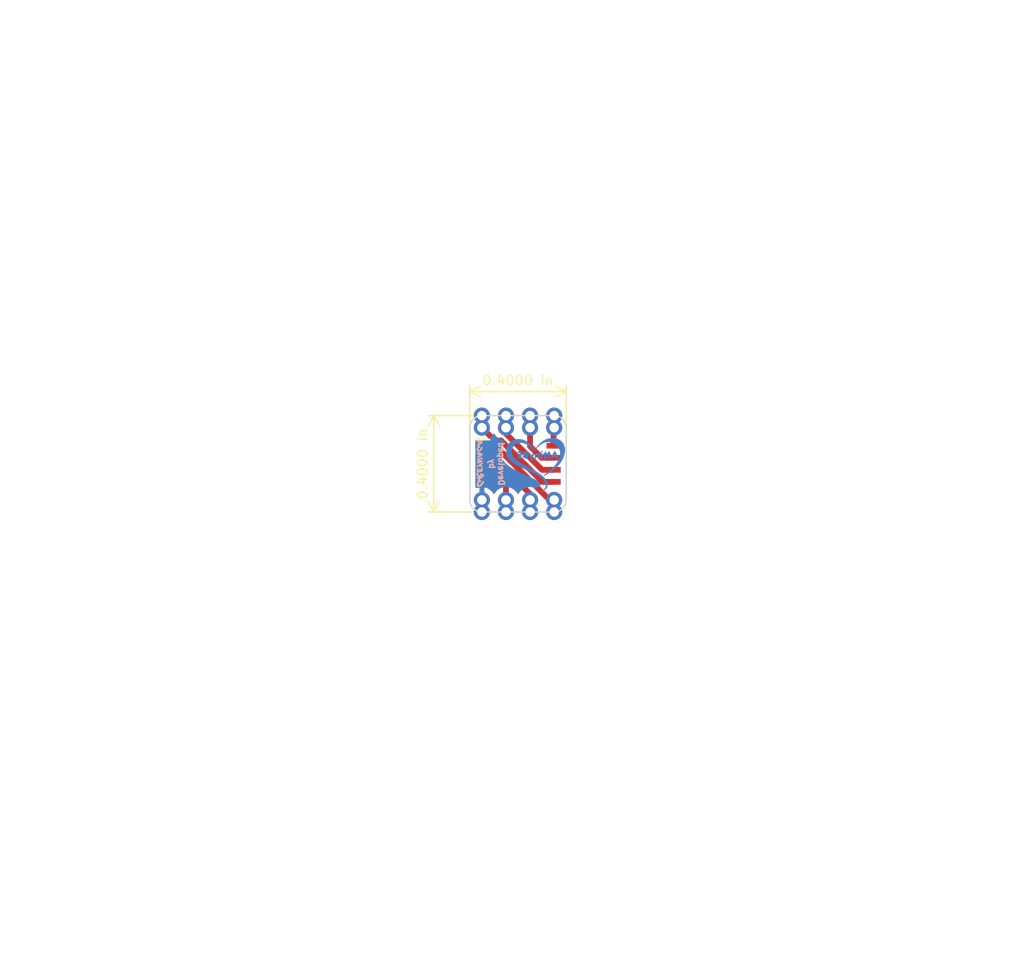
<source format=kicad_pcb>
(kicad_pcb (version 20171130) (host pcbnew 5.1.4-e60b266~84~ubuntu18.04.1)

  (general
    (thickness 1.6)
    (drawings 11)
    (tracks 23)
    (zones 0)
    (modules 5)
    (nets 9)
  )

  (page A4)
  (layers
    (0 F.Cu signal)
    (31 B.Cu signal)
    (34 B.Paste user)
    (35 F.Paste user)
    (36 B.SilkS user hide)
    (37 F.SilkS user hide)
    (38 B.Mask user)
    (39 F.Mask user)
    (44 Edge.Cuts user)
    (45 Margin user)
    (46 B.CrtYd user)
    (47 F.CrtYd user)
    (48 B.Fab user)
    (49 F.Fab user)
  )

  (setup
    (last_trace_width 0.6096)
    (user_trace_width 0.1524)
    (user_trace_width 0.2032)
    (user_trace_width 0.4)
    (user_trace_width 0.5)
    (user_trace_width 0.6096)
    (user_trace_width 0.8)
    (user_trace_width 1)
    (user_trace_width 2)
    (trace_clearance 0.2)
    (zone_clearance 0.508)
    (zone_45_only no)
    (trace_min 0.1524)
    (via_size 0.6858)
    (via_drill 0.3302)
    (via_min_size 0.508)
    (via_min_drill 0.254)
    (uvia_size 0.762)
    (uvia_drill 0.508)
    (uvias_allowed no)
    (uvia_min_size 0.762)
    (uvia_min_drill 0)
    (edge_width 0.1524)
    (segment_width 0.1524)
    (pcb_text_width 0.1524)
    (pcb_text_size 1.016 1)
    (mod_edge_width 0.1524)
    (mod_text_size 1.016 1.016)
    (mod_text_width 0.1524)
    (pad_size 1.524 1.524)
    (pad_drill 0.762)
    (pad_to_mask_clearance 0.0508)
    (solder_mask_min_width 0.101)
    (pad_to_paste_clearance -0.0762)
    (aux_axis_origin 0 0)
    (visible_elements FFFFFF7F)
    (pcbplotparams
      (layerselection 0x010fc_ffffffff)
      (usegerberextensions false)
      (usegerberattributes false)
      (usegerberadvancedattributes false)
      (creategerberjobfile false)
      (excludeedgelayer true)
      (linewidth 0.100000)
      (plotframeref false)
      (viasonmask false)
      (mode 1)
      (useauxorigin false)
      (hpglpennumber 1)
      (hpglpenspeed 20)
      (hpglpendiameter 15.000000)
      (psnegative false)
      (psa4output false)
      (plotreference true)
      (plotvalue true)
      (plotinvisibletext false)
      (padsonsilk false)
      (subtractmaskfromsilk false)
      (outputformat 1)
      (mirror false)
      (drillshape 0)
      (scaleselection 1)
      (outputdirectory "/home/greynaga/Github/Varios/Reverse-Leds/Attiny85_01/Gerbers/"))
  )

  (net 0 "")
  (net 1 GND)
  (net 2 "Net-(IC1-Pad1)")
  (net 3 "Net-(IC1-Pad2)")
  (net 4 "Net-(IC1-Pad3)")
  (net 5 "Net-(IC1-Pad5)")
  (net 6 "Net-(IC1-Pad6)")
  (net 7 "Net-(IC1-Pad7)")
  (net 8 VCC)

  (net_class Default "This is the default net class."
    (clearance 0.2)
    (trace_width 0.25)
    (via_dia 0.6858)
    (via_drill 0.3302)
    (uvia_dia 0.762)
    (uvia_drill 0.508)
    (add_net GND)
    (add_net "Net-(IC1-Pad1)")
    (add_net "Net-(IC1-Pad2)")
    (add_net "Net-(IC1-Pad3)")
    (add_net "Net-(IC1-Pad5)")
    (add_net "Net-(IC1-Pad6)")
    (add_net "Net-(IC1-Pad7)")
    (add_net VCC)
  )

  (net_class Power ""
    (clearance 0.1524)
    (trace_width 0.6096)
    (via_dia 0.6858)
    (via_drill 0.3302)
    (uvia_dia 0.762)
    (uvia_drill 0.508)
  )

  (module Attiny85_01:Heart_Firma (layer F.Cu) (tedit 0) (tstamp 5DAA26FD)
    (at 145.8214 99.74072 270)
    (fp_text reference Ref** (at 0 0 90) (layer F.SilkS) hide
      (effects (font (size 1.27 1.27) (thickness 0.15)))
    )
    (fp_text value Val** (at 0 0 90) (layer F.SilkS) hide
      (effects (font (size 1.27 1.27) (thickness 0.15)))
    )
    (fp_poly (pts (xy -0.576373 -0.319751) (xy -0.557126 -0.270984) (xy -0.537528 -0.203215) (xy -0.521218 -0.127764)
      (xy -0.518218 -0.109902) (xy -0.494989 -0.033176) (xy -0.45663 0.032339) (xy -0.451481 0.038264)
      (xy -0.399096 0.09525) (xy -0.411559 -0.077568) (xy -0.417064 -0.163207) (xy -0.41697 -0.217456)
      (xy -0.409071 -0.25112) (xy -0.391161 -0.275008) (xy -0.367135 -0.295133) (xy -0.325158 -0.320798)
      (xy -0.296981 -0.324942) (xy -0.294952 -0.323399) (xy -0.28037 -0.298646) (xy -0.252218 -0.24374)
      (xy -0.214641 -0.166976) (xy -0.174673 -0.082813) (xy -0.130077 0.013314) (xy -0.10147 0.079958)
      (xy -0.086699 0.125882) (xy -0.083611 0.159852) (xy -0.090054 0.190634) (xy -0.100608 0.218812)
      (xy -0.131684 0.276677) (xy -0.165293 0.295028) (xy -0.201358 0.280134) (xy -0.223056 0.250241)
      (xy -0.243692 0.202813) (xy -0.269239 0.14934) (xy -0.296946 0.137903) (xy -0.32909 0.168203)
      (xy -0.342538 0.189886) (xy -0.38537 0.239114) (xy -0.436102 0.267023) (xy -0.480059 0.270635)
      (xy -0.518272 0.25059) (xy -0.552811 0.215794) (xy -0.582768 0.178092) (xy -0.606781 0.135216)
      (xy -0.628028 0.078405) (xy -0.649683 -0.001102) (xy -0.67492 -0.112068) (xy -0.679762 -0.134536)
      (xy -0.693617 -0.204055) (xy -0.696127 -0.245271) (xy -0.68531 -0.271165) (xy -0.659186 -0.294719)
      (xy -0.654794 -0.298107) (xy -0.615032 -0.326191) (xy -0.591658 -0.338195) (xy -0.591627 -0.338196)
      (xy -0.576373 -0.319751)) (layer B.SilkS) (width 0.01))
    (fp_poly (pts (xy 0.47625 -0.319516) (xy 0.548447 -0.309489) (xy 0.630613 -0.292795) (xy 0.710099 -0.272668)
      (xy 0.774254 -0.252342) (xy 0.810428 -0.235051) (xy 0.811935 -0.233698) (xy 0.823436 -0.200012)
      (xy 0.809764 -0.145389) (xy 0.797462 -0.100166) (xy 0.801716 -0.057616) (xy 0.825141 -0.000783)
      (xy 0.835183 0.019389) (xy 0.869184 0.114587) (xy 0.871039 0.19728) (xy 0.841497 0.261054)
      (xy 0.803509 0.290515) (xy 0.768033 0.305678) (xy 0.730507 0.312628) (xy 0.679569 0.31161)
      (xy 0.603859 0.302868) (xy 0.554388 0.295854) (xy 0.482068 0.279559) (xy 0.422103 0.256127)
      (xy 0.400758 0.242142) (xy 0.37311 0.211684) (xy 0.377186 0.186968) (xy 0.393425 0.167298)
      (xy 0.418145 0.147628) (xy 0.453891 0.138307) (xy 0.511867 0.137813) (xy 0.57707 0.142352)
      (xy 0.654545 0.147958) (xy 0.697927 0.147528) (xy 0.715203 0.139628) (xy 0.714364 0.122829)
      (xy 0.71264 0.118053) (xy 0.700679 0.082739) (xy 0.6985 0.072352) (xy 0.679592 0.067015)
      (xy 0.631881 0.063863) (xy 0.605595 0.0635) (xy 0.514509 0.050223) (xy 0.462904 0.023186)
      (xy 0.429742 -0.007063) (xy 0.427726 -0.029668) (xy 0.451786 -0.059857) (xy 0.495093 -0.090245)
      (xy 0.553687 -0.092261) (xy 0.560036 -0.091293) (xy 0.611965 -0.089643) (xy 0.642693 -0.101325)
      (xy 0.643531 -0.102513) (xy 0.642313 -0.116745) (xy 0.617202 -0.131775) (xy 0.562892 -0.149608)
      (xy 0.474078 -0.172246) (xy 0.433917 -0.181663) (xy 0.359637 -0.209138) (xy 0.323275 -0.24359)
      (xy 0.322731 -0.278182) (xy 0.355906 -0.306078) (xy 0.4207 -0.320442) (xy 0.47625 -0.319516)) (layer B.SilkS) (width 0.01))
    (fp_poly (pts (xy -1.008216 -0.313906) (xy -0.98425 -0.288135) (xy -0.939257 -0.2471) (xy -0.897704 -0.224381)
      (xy -0.86789 -0.198731) (xy -0.830017 -0.143129) (xy -0.788572 -0.067503) (xy -0.748038 0.018215)
      (xy -0.712899 0.104095) (xy -0.68764 0.180207) (xy -0.676745 0.236618) (xy -0.679691 0.258404)
      (xy -0.714558 0.294997) (xy -0.755204 0.292579) (xy -0.796818 0.253128) (xy -0.826871 0.197884)
      (xy -0.852703 0.141479) (xy -0.870183 0.118835) (xy -0.886019 0.12415) (xy -0.896814 0.137375)
      (xy -0.926338 0.162132) (xy -0.97186 0.165415) (xy -1.002028 0.160782) (xy -1.053357 0.158088)
      (xy -1.080516 0.169016) (xy -1.077012 0.18761) (xy -1.048746 0.20363) (xy -1.029238 0.220245)
      (xy -1.040928 0.252109) (xy -1.042999 0.255473) (xy -1.082388 0.298596) (xy -1.127267 0.302531)
      (xy -1.154862 0.290646) (xy -1.206599 0.249884) (xy -1.226201 0.194262) (xy -1.227343 0.171)
      (xy -1.241748 0.114134) (xy -1.262338 0.081439) (xy -1.28477 0.04642) (xy -1.274367 0.016052)
      (xy -1.27033 0.01098) (xy -1.234488 -0.016127) (xy -1.214895 -0.021167) (xy -1.198484 -0.025349)
      (xy -1.196532 -0.028013) (xy -1.038057 -0.028013) (xy -1.024018 0.008685) (xy -0.98425 0.021167)
      (xy -0.944431 0.017279) (xy -0.931333 0.009838) (xy -0.94176 -0.014121) (xy -0.966345 -0.054925)
      (xy -0.9945 -0.088942) (xy -1.014068 -0.087073) (xy -1.018938 -0.080638) (xy -1.038057 -0.028013)
      (xy -1.196532 -0.028013) (xy -1.185387 -0.043221) (xy -1.172599 -0.082777) (xy -1.157114 -0.152008)
      (xy -1.147289 -0.200913) (xy -1.120677 -0.273695) (xy -1.078588 -0.311948) (xy -1.03829 -0.326559)
      (xy -1.008216 -0.313906)) (layer B.SilkS) (width 0.01))
    (fp_poly (pts (xy -1.691407 -0.308462) (xy -1.637723 -0.27562) (xy -1.542712 -0.208005) (xy -1.453779 -0.131583)
      (xy -1.380191 -0.055325) (xy -1.331218 0.011798) (xy -1.322385 0.029582) (xy -1.308583 0.113499)
      (xy -1.330679 0.200165) (xy -1.369901 0.259417) (xy -1.396154 0.281975) (xy -1.430699 0.292782)
      (xy -1.485771 0.293925) (xy -1.547583 0.289723) (xy -1.643778 0.276054) (xy -1.753113 0.252186)
      (xy -1.837292 0.227901) (xy -1.907128 0.206062) (xy -1.956664 0.19364) (xy -1.977019 0.192779)
      (xy -1.976771 0.194241) (xy -1.977659 0.223717) (xy -1.99012 0.254847) (xy -2.025697 0.290419)
      (xy -2.067619 0.289487) (xy -2.106608 0.254892) (xy -2.126928 0.212944) (xy -2.149333 0.164611)
      (xy -2.174416 0.134166) (xy -2.194326 0.128328) (xy -2.201333 0.14928) (xy -2.215777 0.16454)
      (xy -2.262697 0.16588) (xy -2.296583 0.162032) (xy -2.355274 0.159482) (xy -2.389457 0.168172)
      (xy -2.393166 0.184252) (xy -2.36108 0.20363) (xy -2.341571 0.220245) (xy -2.353262 0.252109)
      (xy -2.355333 0.255473) (xy -2.394084 0.298016) (xy -2.437534 0.301171) (xy -2.485733 0.272448)
      (xy -2.531275 0.214399) (xy -2.54 0.170389) (xy -2.550711 0.117129) (xy -2.57175 0.084667)
      (xy -2.599715 0.051663) (xy -2.591387 0.023089) (xy -2.54444 -0.008276) (xy -2.541318 -0.009902)
      (xy -2.532396 -0.016189) (xy -2.346491 -0.016189) (xy -2.334778 0.012353) (xy -2.291778 0.021088)
      (xy -2.284559 0.021167) (xy -2.219618 0.021167) (xy -2.267228 -0.045696) (xy -2.29869 -0.086643)
      (xy -2.316258 -0.0957) (xy -2.328896 -0.076603) (xy -2.330681 -0.072154) (xy -2.346491 -0.016189)
      (xy -2.532396 -0.016189) (xy -2.500298 -0.038807) (xy -2.477231 -0.08097) (xy -2.464529 -0.142737)
      (xy -2.452156 -0.210191) (xy -2.43787 -0.263646) (xy -2.432132 -0.277815) (xy -2.392525 -0.31645)
      (xy -2.340666 -0.321167) (xy -2.292494 -0.291608) (xy -2.246575 -0.252373) (xy -2.211071 -0.232618)
      (xy -2.179934 -0.205439) (xy -2.14018 -0.149495) (xy -2.099199 -0.075211) (xy -2.098685 -0.074158)
      (xy -2.062453 -0.002368) (xy -2.037761 0.036919) (xy -2.018845 0.049835) (xy -1.999942 0.04251)
      (xy -1.993698 0.037526) (xy -1.952877 0.008043) (xy -1.894771 -0.028532) (xy -1.876214 -0.039357)
      (xy -1.80708 -0.06804) (xy -1.761805 -0.062568) (xy -1.741731 -0.023684) (xy -1.745137 0.033263)
      (xy -1.749565 0.081543) (xy -1.733756 0.104512) (xy -1.709713 0.112812) (xy -1.634988 0.127972)
      (xy -1.559491 0.138196) (xy -1.494424 0.142626) (xy -1.45099 0.140403) (xy -1.439333 0.133537)
      (xy -1.455712 0.095674) (xy -1.499173 0.042997) (xy -1.561203 -0.016394) (xy -1.633287 -0.074399)
      (xy -1.706913 -0.122917) (xy -1.711774 -0.125676) (xy -1.792517 -0.177354) (xy -1.833762 -0.221279)
      (xy -1.836902 -0.260652) (xy -1.80333 -0.298675) (xy -1.790833 -0.307389) (xy -1.759499 -0.324556)
      (xy -1.73071 -0.325817) (xy -1.691407 -0.308462)) (layer B.SilkS) (width 0.01))
    (fp_poly (pts (xy 1.227625 -0.450002) (xy 1.289561 -0.401329) (xy 1.329142 -0.352153) (xy 1.375244 -0.297547)
      (xy 1.416084 -0.265949) (xy 1.432876 -0.261588) (xy 1.455298 -0.253674) (xy 1.474538 -0.220979)
      (xy 1.494194 -0.156278) (xy 1.502551 -0.12167) (xy 1.520412 -0.047304) (xy 1.5336 -0.00771)
      (xy 1.546838 0.003614) (xy 1.564848 -0.006825) (xy 1.577466 -0.018503) (xy 1.620576 -0.052476)
      (xy 1.682686 -0.093692) (xy 1.715664 -0.113384) (xy 1.774189 -0.144715) (xy 1.810852 -0.155547)
      (xy 1.839453 -0.148192) (xy 1.857022 -0.137038) (xy 1.886598 -0.108567) (xy 1.890649 -0.072176)
      (xy 1.882316 -0.037044) (xy 1.868894 0.013513) (xy 1.862713 0.044202) (xy 1.862667 0.045312)
      (xy 1.88171 0.055595) (xy 1.930957 0.068733) (xy 1.998581 0.082523) (xy 2.072755 0.094758)
      (xy 2.141653 0.103233) (xy 2.187192 0.105833) (xy 2.228633 0.098463) (xy 2.243667 0.082973)
      (xy 2.227734 0.051072) (xy 2.185267 0.001825) (xy 2.124259 -0.057623) (xy 2.052704 -0.120126)
      (xy 1.978595 -0.178537) (xy 1.909927 -0.225711) (xy 1.877857 -0.244031) (xy 1.809986 -0.28163)
      (xy 1.773637 -0.310799) (xy 1.761084 -0.338971) (xy 1.76144 -0.356065) (xy 1.783107 -0.402144)
      (xy 1.822849 -0.438658) (xy 1.854283 -0.454995) (xy 1.882745 -0.457782) (xy 1.919859 -0.444284)
      (xy 1.977248 -0.411765) (xy 2.002766 -0.396301) (xy 2.164411 -0.285345) (xy 2.286531 -0.173688)
      (xy 2.360867 -0.074656) (xy 2.392865 -0.013406) (xy 2.403725 0.034958) (xy 2.39725 0.091758)
      (xy 2.393593 0.108775) (xy 2.360006 0.194592) (xy 2.314601 0.25137) (xy 2.277614 0.278935)
      (xy 2.239668 0.292186) (xy 2.18614 0.293997) (xy 2.122486 0.289162) (xy 2.010802 0.272722)
      (xy 1.887643 0.245003) (xy 1.767568 0.210083) (xy 1.665135 0.172042) (xy 1.612686 0.146301)
      (xy 1.571984 0.12579) (xy 1.554804 0.123456) (xy 1.555983 0.127377) (xy 1.560701 0.165775)
      (xy 1.54715 0.217452) (xy 1.522381 0.265791) (xy 1.49345 0.294177) (xy 1.484258 0.296333)
      (xy 1.431722 0.277843) (xy 1.400463 0.231745) (xy 1.397 0.207433) (xy 1.389237 0.174169)
      (xy 1.363831 0.177159) (xy 1.335167 0.199411) (xy 1.291849 0.226805) (xy 1.222043 0.259537)
      (xy 1.14008 0.291732) (xy 1.060294 0.317514) (xy 1.026171 0.326063) (xy 0.957067 0.326507)
      (xy 0.923619 0.311632) (xy 0.89351 0.268381) (xy 0.896252 0.218842) (xy 0.928642 0.178917)
      (xy 0.9525 0.168191) (xy 1.008088 0.15267) (xy 1.07736 0.13367) (xy 1.09049 0.130106)
      (xy 1.155696 0.107851) (xy 1.209053 0.082047) (xy 1.216955 0.076794) (xy 1.239507 0.057216)
      (xy 1.235015 0.043964) (xy 1.197676 0.03037) (xy 1.169886 0.022707) (xy 1.079918 -0.013185)
      (xy 1.008256 -0.064026) (xy 0.96353 -0.122319) (xy 0.952848 -0.165923) (xy 0.959065 -0.193981)
      (xy 1.134329 -0.193981) (xy 1.142254 -0.17421) (xy 1.180898 -0.152279) (xy 1.200115 -0.14343)
      (xy 1.264772 -0.116078) (xy 1.297413 -0.108756) (xy 1.303309 -0.121444) (xy 1.293872 -0.143112)
      (xy 1.263222 -0.185256) (xy 1.227715 -0.222206) (xy 1.19379 -0.250144) (xy 1.173535 -0.249517)
      (xy 1.150578 -0.221969) (xy 1.134329 -0.193981) (xy 0.959065 -0.193981) (xy 0.967985 -0.234227)
      (xy 1.006439 -0.313113) (xy 1.05884 -0.386261) (xy 1.104116 -0.429392) (xy 1.167017 -0.458942)
      (xy 1.227625 -0.450002)) (layer B.SilkS) (width 0.01))
    (fp_poly (pts (xy 0.265472 -0.33261) (xy 0.273818 -0.308224) (xy 0.273158 -0.256187) (xy 0.269809 -0.214739)
      (xy 0.257996 -0.134773) (xy 0.239758 -0.062777) (xy 0.226665 -0.029916) (xy 0.209729 0.008603)
      (xy 0.208266 0.042607) (xy 0.224176 0.087415) (xy 0.246988 0.134049) (xy 0.279831 0.209422)
      (xy 0.286137 0.2604) (xy 0.265299 0.296053) (xy 0.234751 0.316473) (xy 0.198791 0.327082)
      (xy 0.171786 0.305461) (xy 0.162609 0.2914) (xy 0.13906 0.251793) (xy 0.101146 0.18687)
      (xy 0.055526 0.108056) (xy 0.035593 0.073429) (xy -0.015937 -0.01071) (xy -0.068673 -0.087723)
      (xy -0.113664 -0.144813) (xy -0.126293 -0.158073) (xy -0.166686 -0.204423) (xy -0.188972 -0.244866)
      (xy -0.1905 -0.253727) (xy -0.172103 -0.303975) (xy -0.127823 -0.335178) (xy -0.10556 -0.338667)
      (xy -0.067143 -0.322321) (xy -0.018225 -0.280611) (xy 0.030007 -0.22453) (xy 0.061976 -0.174032)
      (xy 0.090067 -0.140595) (xy 0.113954 -0.146272) (xy 0.126479 -0.18795) (xy 0.127 -0.202333)
      (xy 0.142902 -0.257538) (xy 0.181662 -0.307294) (xy 0.229856 -0.336271) (xy 0.246356 -0.338667)
      (xy 0.265472 -0.33261)) (layer B.SilkS) (width 0.01))
  )

  (module Attiny85:SOT127P798X216-8N (layer F.Cu) (tedit 5DA9B442) (tstamp 5DAA1B52)
    (at 149.86 99.695)
    (descr 8S2)
    (tags "Integrated Circuit")
    (path /5DA83E2C)
    (attr smd)
    (fp_text reference IC1 (at 0 -5.08) (layer F.Fab) hide
      (effects (font (size 1.27 1.27) (thickness 0.254)))
    )
    (fp_text value ATTINY85-20SU (at 0 5.08) (layer F.Fab) hide
      (effects (font (size 1.27 1.27) (thickness 0.254)))
    )
    (fp_line (start -4.5 -2.555) (end -3 -2.555) (layer F.SilkS) (width 0.2))
    (fp_line (start -2.645 -1.325) (end -1.375 -2.595) (layer F.Fab) (width 0.1))
    (fp_line (start -2.645 2.595) (end -2.645 -2.595) (layer F.Fab) (width 0.1))
    (fp_line (start 2.645 2.595) (end -2.645 2.595) (layer F.Fab) (width 0.1))
    (fp_line (start 2.645 -2.595) (end 2.645 2.595) (layer F.Fab) (width 0.1))
    (fp_line (start -2.645 -2.595) (end 2.645 -2.595) (layer F.Fab) (width 0.1))
    (fp_line (start -4.75 2.875) (end -4.75 -2.875) (layer F.CrtYd) (width 0.05))
    (fp_line (start 4.75 2.875) (end -4.75 2.875) (layer F.CrtYd) (width 0.05))
    (fp_line (start 4.75 -2.875) (end 4.75 2.875) (layer F.CrtYd) (width 0.05))
    (fp_line (start -4.75 -2.875) (end 4.75 -2.875) (layer F.CrtYd) (width 0.05))
    (fp_text user %R (at 0 -5.08) (layer F.Fab) hide
      (effects (font (size 1.27 1.27) (thickness 0.254)))
    )
    (pad 8 smd rect (at 3.75 -1.905 90) (size 0.6 1.5) (layers F.Cu F.Paste F.Mask)
      (net 8 VCC))
    (pad 7 smd rect (at 3.75 -0.635 90) (size 0.6 1.5) (layers F.Cu F.Paste F.Mask)
      (net 7 "Net-(IC1-Pad7)"))
    (pad 6 smd rect (at 3.75 0.635 90) (size 0.6 1.5) (layers F.Cu F.Paste F.Mask)
      (net 6 "Net-(IC1-Pad6)"))
    (pad 5 smd rect (at 3.75 1.905 90) (size 0.6 1.5) (layers F.Cu F.Paste F.Mask)
      (net 5 "Net-(IC1-Pad5)"))
    (pad 4 smd rect (at -3.75 1.905 90) (size 0.6 1.5) (layers F.Cu F.Paste F.Mask)
      (net 1 GND))
    (pad 3 smd rect (at -3.75 0.635 90) (size 0.6 1.5) (layers F.Cu F.Paste F.Mask)
      (net 4 "Net-(IC1-Pad3)"))
    (pad 2 smd rect (at -3.75 -0.635 90) (size 0.6 1.5) (layers F.Cu F.Paste F.Mask)
      (net 3 "Net-(IC1-Pad2)"))
    (pad 1 smd rect (at -3.75 -1.905 90) (size 0.6 1.5) (layers F.Cu F.Paste F.Mask)
      (net 2 "Net-(IC1-Pad1)"))
    (model ${KISYS3DMOD}/Arduino.3dshapes/ATTINY85-20SU.stp
      (at (xyz 0 0 0))
      (scale (xyz 1 1 1))
      (rotate (xyz 0 0 0))
    )
  )

  (module Attiny85_01:Heart (layer F.Cu) (tedit 0) (tstamp 5DAA1B0E)
    (at 151.77516 99.75088)
    (fp_text reference Ref** (at 0 0) (layer F.SilkS) hide
      (effects (font (size 1.27 1.27) (thickness 0.15)))
    )
    (fp_text value Val** (at 0 0) (layer F.SilkS) hide
      (effects (font (size 1.27 1.27) (thickness 0.15)))
    )
    (fp_poly (pts (xy 0.636692 -1.415221) (xy 0.667416 -1.369465) (xy 0.669064 -1.363565) (xy 0.669361 -1.310453)
      (xy 0.655938 -1.280309) (xy 0.61787 -1.258292) (xy 0.563808 -1.248817) (xy 0.515563 -1.254328)
      (xy 0.500944 -1.262945) (xy 0.490554 -1.292594) (xy 0.486833 -1.336283) (xy 0.502628 -1.391462)
      (xy 0.541441 -1.424295) (xy 0.590415 -1.432856) (xy 0.636692 -1.415221)) (layer B.Mask) (width 0.01))
    (fp_poly (pts (xy 1.356886 -1.350945) (xy 1.402311 -1.343425) (xy 1.4243 -1.323918) (xy 1.433194 -1.279649)
      (xy 1.435259 -1.254125) (xy 1.443469 -1.19546) (xy 1.460234 -1.168963) (xy 1.481457 -1.164167)
      (xy 1.519335 -1.146435) (xy 1.534583 -1.121833) (xy 1.539922 -1.062652) (xy 1.521157 -1.015861)
      (xy 1.484073 -0.99498) (xy 1.48024 -0.994833) (xy 1.457256 -0.989751) (xy 1.444882 -0.968079)
      (xy 1.439988 -0.920184) (xy 1.439333 -0.869014) (xy 1.428692 -0.761859) (xy 1.394443 -0.687502)
      (xy 1.333103 -0.641499) (xy 1.243907 -0.619702) (xy 1.183414 -0.614792) (xy 1.151983 -0.621294)
      (xy 1.136825 -0.64424) (xy 1.131198 -0.66407) (xy 1.1257 -0.732769) (xy 1.150661 -0.772533)
      (xy 1.195252 -0.783167) (xy 1.22735 -0.786627) (xy 1.243167 -0.804318) (xy 1.248401 -0.847206)
      (xy 1.248833 -0.886287) (xy 1.248833 -0.989407) (xy 1.164167 -0.987187) (xy 1.0795 -0.984967)
      (xy 1.0795 -0.883016) (xy 1.065574 -0.767935) (xy 1.023807 -0.684732) (xy 0.95421 -0.633422)
      (xy 0.856795 -0.614019) (xy 0.844624 -0.613833) (xy 0.795766 -0.623065) (xy 0.770245 -0.644044)
      (xy 0.762328 -0.707143) (xy 0.78456 -0.758381) (xy 0.8255 -0.783151) (xy 0.858183 -0.796181)
      (xy 0.87541 -0.823707) (xy 0.883569 -0.878054) (xy 0.88498 -0.897896) (xy 0.887061 -0.958672)
      (xy 0.881061 -0.986224) (xy 0.864059 -0.989351) (xy 0.85554 -0.986523) (xy 0.796215 -0.981514)
      (xy 0.749938 -1.009306) (xy 0.733622 -1.04129) (xy 0.733976 -1.105063) (xy 0.767831 -1.14888)
      (xy 0.825028 -1.164167) (xy 0.863997 -1.16783) (xy 0.883142 -1.186649) (xy 0.891344 -1.232367)
      (xy 0.893074 -1.254125) (xy 0.899049 -1.310467) (xy 0.914029 -1.336391) (xy 0.949988 -1.343709)
      (xy 0.98425 -1.344083) (xy 1.037423 -1.342067) (xy 1.062829 -1.328143) (xy 1.072441 -1.290499)
      (xy 1.075425 -1.254125) (xy 1.081425 -1.19778) (xy 1.096375 -1.171856) (xy 1.132091 -1.16454)
      (xy 1.165384 -1.164167) (xy 1.219128 -1.166645) (xy 1.242879 -1.180818) (xy 1.248947 -1.216794)
      (xy 1.249157 -1.232958) (xy 1.257161 -1.304388) (xy 1.284221 -1.342003) (xy 1.336184 -1.35221)
      (xy 1.356886 -1.350945)) (layer B.Mask) (width 0.01))
    (fp_poly (pts (xy 0.627862 -1.157349) (xy 0.658914 -1.139279) (xy 0.668474 -1.102883) (xy 0.674524 -1.036915)
      (xy 0.677218 -0.952425) (xy 0.67671 -0.860461) (xy 0.673155 -0.772072) (xy 0.666707 -0.698307)
      (xy 0.65752 -0.650214) (xy 0.651933 -0.639233) (xy 0.612411 -0.619658) (xy 0.56046 -0.614784)
      (xy 0.514935 -0.624328) (xy 0.496022 -0.641586) (xy 0.492273 -0.672923) (xy 0.490195 -0.736869)
      (xy 0.489954 -0.823723) (xy 0.491394 -0.911461) (xy 0.497417 -1.153583) (xy 0.56928 -1.160445)
      (xy 0.627862 -1.157349)) (layer B.Mask) (width 0.01))
    (fp_poly (pts (xy 0.154627 -1.151655) (xy 0.168623 -1.143887) (xy 0.210683 -1.137339) (xy 0.225449 -1.145655)
      (xy 0.263172 -1.158619) (xy 0.31895 -1.160541) (xy 0.321409 -1.160319) (xy 0.391583 -1.153583)
      (xy 0.397589 -0.913196) (xy 0.39885 -0.79362) (xy 0.394446 -0.710107) (xy 0.382566 -0.656564)
      (xy 0.361396 -0.626897) (xy 0.329125 -0.615012) (xy 0.308558 -0.613833) (xy 0.261453 -0.622616)
      (xy 0.23176 -0.653311) (xy 0.216243 -0.712444) (xy 0.211669 -0.806538) (xy 0.211667 -0.809249)
      (xy 0.210286 -0.886986) (xy 0.204089 -0.932984) (xy 0.189992 -0.957801) (xy 0.164911 -0.971996)
      (xy 0.164042 -0.972335) (xy 0.107185 -0.982355) (xy 0.066113 -0.959839) (xy 0.038788 -0.902056)
      (xy 0.023173 -0.806274) (xy 0.021167 -0.780715) (xy 0.015121 -0.700762) (xy 0.007599 -0.653721)
      (xy -0.005692 -0.630266) (xy -0.029046 -0.621069) (xy -0.053678 -0.618122) (xy -0.103868 -0.618157)
      (xy -0.133053 -0.626941) (xy -0.139785 -0.653597) (xy -0.144974 -0.712064) (xy -0.147842 -0.791826)
      (xy -0.148167 -0.831145) (xy -0.147545 -0.921714) (xy -0.143591 -0.981318) (xy -0.133171 -1.021322)
      (xy -0.113151 -1.053093) (xy -0.080398 -1.087998) (xy -0.0762 -1.0922) (xy -0.000782 -1.145747)
      (xy 0.079748 -1.166323) (xy 0.154627 -1.151655)) (layer B.Mask) (width 0.01))
    (fp_poly (pts (xy 1.994659 -1.373162) (xy 2.020299 -1.345116) (xy 2.059542 -1.283857) (xy 2.109333 -1.195094)
      (xy 2.166618 -1.084532) (xy 2.228343 -0.957878) (xy 2.291454 -0.82084) (xy 2.29762 -0.807019)
      (xy 2.328433 -0.735928) (xy 2.342882 -0.693024) (xy 2.342233 -0.668007) (xy 2.32775 -0.650575)
      (xy 2.317765 -0.642977) (xy 2.255769 -0.614621) (xy 2.202027 -0.62732) (xy 2.154985 -0.681536)
      (xy 2.148417 -0.693266) (xy 2.124053 -0.735506) (xy 2.09948 -0.759754) (xy 2.062389 -0.771725)
      (xy 2.000469 -0.777133) (xy 1.964121 -0.778821) (xy 1.822159 -0.785059) (xy 1.779814 -0.702057)
      (xy 1.740184 -0.637155) (xy 1.701684 -0.608998) (xy 1.655232 -0.613248) (xy 1.623696 -0.627463)
      (xy 1.583258 -0.65387) (xy 1.566334 -0.675293) (xy 1.566333 -0.675363) (xy 1.575681 -0.706955)
      (xy 1.601144 -0.767446) (xy 1.638849 -0.849174) (xy 1.684922 -0.944476) (xy 1.699927 -0.974509)
      (xy 1.906967 -0.974509) (xy 1.91682 -0.942892) (xy 1.963801 -0.931394) (xy 1.969043 -0.931333)
      (xy 2.033087 -0.931333) (xy 1.998165 -0.998865) (xy 1.973812 -1.041788) (xy 1.957106 -1.051037)
      (xy 1.937515 -1.03117) (xy 1.934122 -1.026569) (xy 1.906967 -0.974509) (xy 1.699927 -0.974509)
      (xy 1.73549 -1.045689) (xy 1.786681 -1.14515) (xy 1.834621 -1.235196) (xy 1.875437 -1.308164)
      (xy 1.905256 -1.35639) (xy 1.918375 -1.371894) (xy 1.973307 -1.38104) (xy 1.994659 -1.373162)) (layer B.Mask) (width 0.01))
    (fp_poly (pts (xy -1.031299 -1.387263) (xy -0.96815 -1.352323) (xy -0.942653 -1.331307) (xy -0.894398 -1.282301)
      (xy -0.87265 -1.235727) (xy -0.867833 -1.176791) (xy -0.872469 -1.116407) (xy -0.884041 -1.07395)
      (xy -0.888625 -1.067176) (xy -0.893673 -1.032728) (xy -0.871039 -0.969106) (xy -0.865588 -0.957801)
      (xy -0.839083 -0.895333) (xy -0.833646 -0.847469) (xy -0.845411 -0.797554) (xy -0.89771 -0.703761)
      (xy -0.981083 -0.634655) (xy -1.02267 -0.615243) (xy -1.086018 -0.596891) (xy -1.142575 -0.597916)
      (xy -1.210164 -0.619827) (xy -1.242138 -0.633802) (xy -1.320782 -0.687571) (xy -1.373388 -0.760118)
      (xy -1.396632 -0.841644) (xy -1.393553 -0.867969) (xy -1.200551 -0.867969) (xy -1.199966 -0.817837)
      (xy -1.19995 -0.817794) (xy -1.170276 -0.791613) (xy -1.120276 -0.783742) (xy -1.06785 -0.794301)
      (xy -1.035694 -0.816691) (xy -1.020533 -0.859477) (xy -1.040133 -0.896815) (xy -1.087179 -0.918627)
      (xy -1.11125 -0.92075) (xy -1.167946 -0.905795) (xy -1.200551 -0.867969) (xy -1.393553 -0.867969)
      (xy -1.387192 -0.922348) (xy -1.357835 -0.97501) (xy -1.332086 -1.015647) (xy -1.335232 -1.052581)
      (xy -1.347122 -1.077897) (xy -1.371639 -1.163631) (xy -1.367387 -1.190633) (xy -1.179725 -1.190633)
      (xy -1.178742 -1.151392) (xy -1.159933 -1.126067) (xy -1.11502 -1.102035) (xy -1.074694 -1.119275)
      (xy -1.059523 -1.140778) (xy -1.053698 -1.1843) (xy -1.079497 -1.214332) (xy -1.126371 -1.221074)
      (xy -1.141984 -1.217406) (xy -1.179725 -1.190633) (xy -1.367387 -1.190633) (xy -1.358877 -1.244665)
      (xy -1.313846 -1.314461) (xy -1.241562 -1.366481) (xy -1.147035 -1.394187) (xy -1.102454 -1.397)
      (xy -1.031299 -1.387263)) (layer B.Mask) (width 0.01))
    (fp_poly (pts (xy -1.623803 -1.391259) (xy -1.562823 -1.380611) (xy -1.539495 -1.370542) (xy -1.518667 -1.336314)
      (xy -1.497761 -1.271742) (xy -1.479387 -1.188729) (xy -1.466157 -1.099177) (xy -1.460683 -1.014991)
      (xy -1.46066 -1.011196) (xy -1.476682 -0.955353) (xy -1.516513 -0.913935) (xy -1.567297 -0.895936)
      (xy -1.610456 -0.906372) (xy -1.668789 -0.92774) (xy -1.721989 -0.923381) (xy -1.759312 -0.897994)
      (xy -1.770017 -0.856277) (xy -1.765447 -0.838584) (xy -1.731597 -0.802216) (xy -1.676793 -0.790765)
      (xy -1.615774 -0.806385) (xy -1.601497 -0.814627) (xy -1.551187 -0.837207) (xy -1.507854 -0.82818)
      (xy -1.506743 -0.827593) (xy -1.459708 -0.787677) (xy -1.448215 -0.742428) (xy -1.466682 -0.696554)
      (xy -1.509526 -0.654762) (xy -1.571165 -0.621761) (xy -1.646016 -0.602258) (xy -1.728496 -0.600961)
      (xy -1.767417 -0.607764) (xy -1.828854 -0.639546) (xy -1.888878 -0.697551) (xy -1.934095 -0.767399)
      (xy -1.946292 -0.79976) (xy -1.951931 -0.88856) (xy -1.925601 -0.975071) (xy -1.874201 -1.049388)
      (xy -1.80463 -1.101607) (xy -1.723786 -1.121824) (xy -1.721953 -1.121833) (xy -1.682083 -1.133094)
      (xy -1.672167 -1.164167) (xy -1.676884 -1.187979) (xy -1.697537 -1.200751) (xy -1.743881 -1.205795)
      (xy -1.796902 -1.2065) (xy -1.873407 -1.209687) (xy -1.916576 -1.220646) (xy -1.934486 -1.239981)
      (xy -1.946641 -1.309275) (xy -1.925854 -1.360246) (xy -1.906392 -1.375089) (xy -1.858601 -1.388301)
      (xy -1.78602 -1.395281) (xy -1.702978 -1.396208) (xy -1.623803 -1.391259)) (layer B.Mask) (width 0.01))
    (fp_poly (pts (xy -0.281066 -1.172243) (xy -0.235025 -1.149276) (xy -0.199654 -1.117027) (xy -0.190865 -1.094887)
      (xy -0.201246 -1.066733) (xy -0.228983 -1.011284) (xy -0.269451 -0.937424) (xy -0.303463 -0.878531)
      (xy -0.415697 -0.688146) (xy -0.362062 -0.563841) (xy -0.308428 -0.439537) (xy -0.357642 -0.399685)
      (xy -0.416181 -0.364839) (xy -0.459652 -0.368532) (xy -0.483941 -0.396875) (xy -0.510918 -0.451304)
      (xy -0.547241 -0.529928) (xy -0.589575 -0.624914) (xy -0.634587 -0.72843) (xy -0.678945 -0.832643)
      (xy -0.719315 -0.929721) (xy -0.752364 -1.011831) (xy -0.774758 -1.071141) (xy -0.783164 -1.099818)
      (xy -0.783167 -1.099999) (xy -0.765051 -1.136459) (xy -0.722898 -1.163935) (xy -0.675003 -1.173902)
      (xy -0.645537 -1.164128) (xy -0.622784 -1.133314) (xy -0.59213 -1.077043) (xy -0.568531 -1.02628)
      (xy -0.540166 -0.964856) (xy -0.517376 -0.92286) (xy -0.506901 -0.910528) (xy -0.491333 -0.927261)
      (xy -0.461527 -0.971561) (xy -0.423814 -1.033995) (xy -0.422235 -1.03673) (xy -0.381377 -1.102146)
      (xy -0.344543 -1.151772) (xy -0.319809 -1.174793) (xy -0.281066 -1.172243)) (layer B.Mask) (width 0.01))
    (fp_poly (pts (xy 1.959052 -2.755604) (xy 2.187221 -2.705552) (xy 2.390368 -2.62513) (xy 2.567685 -2.516792)
      (xy 2.718363 -2.382992) (xy 2.841591 -2.226182) (xy 2.936562 -2.048816) (xy 3.002465 -1.853348)
      (xy 3.038491 -1.642231) (xy 3.043832 -1.417918) (xy 3.017678 -1.182862) (xy 2.959219 -0.939518)
      (xy 2.867647 -0.690339) (xy 2.742153 -0.437777) (xy 2.581926 -0.184287) (xy 2.567282 -0.16362)
      (xy 2.404893 0.040464) (xy 2.208862 0.248133) (xy 1.986733 0.453176) (xy 1.74605 0.649382)
      (xy 1.494355 0.830539) (xy 1.239193 0.990438) (xy 1.02846 1.103405) (xy 0.92761 1.150523)
      (xy 0.845383 1.184242) (xy 0.785649 1.20361) (xy 0.75228 1.207674) (xy 0.749148 1.195481)
      (xy 0.780123 1.16608) (xy 0.783167 1.163737) (xy 0.817396 1.137967) (xy 0.87882 1.092085)
      (xy 0.960611 1.031178) (xy 1.055944 0.960328) (xy 1.132852 0.903259) (xy 1.428438 0.669682)
      (xy 1.690092 0.433174) (xy 1.917318 0.195128) (xy 2.109622 -0.043062) (xy 2.266507 -0.280005)
      (xy 2.38748 -0.514307) (xy 2.472045 -0.744574) (xy 2.519706 -0.969415) (xy 2.529969 -1.187435)
      (xy 2.502339 -1.397243) (xy 2.436319 -1.597444) (xy 2.331416 -1.786647) (xy 2.187133 -1.963458)
      (xy 2.161205 -1.989672) (xy 1.988872 -2.138251) (xy 1.811868 -2.246713) (xy 1.625016 -2.317269)
      (xy 1.423137 -2.352131) (xy 1.30175 -2.356889) (xy 1.086172 -2.340556) (xy 0.880801 -2.291567)
      (xy 0.681915 -2.208066) (xy 0.485792 -2.088197) (xy 0.28871 -1.930106) (xy 0.122009 -1.768815)
      (xy 0.05277 -1.699309) (xy -0.004726 -1.646066) (xy -0.045079 -1.613752) (xy -0.062892 -1.607034)
      (xy -0.06329 -1.608667) (xy -0.050207 -1.648909) (xy -0.013681 -1.713652) (xy 0.041255 -1.796074)
      (xy 0.109564 -1.889354) (xy 0.186213 -1.986669) (xy 0.266168 -2.081198) (xy 0.344393 -2.166119)
      (xy 0.359271 -2.181234) (xy 0.583679 -2.380016) (xy 0.820036 -2.538372) (xy 1.068078 -2.656185)
      (xy 1.327541 -2.73334) (xy 1.598162 -2.769722) (xy 1.706671 -2.772833) (xy 1.959052 -2.755604)) (layer B.Mask) (width 0.01))
    (fp_poly (pts (xy -1.653214 -2.65163) (xy -1.412363 -2.600611) (xy -1.177184 -2.513081) (xy -0.951012 -2.390908)
      (xy -0.737185 -2.235956) (xy -0.53904 -2.050094) (xy -0.359914 -1.835187) (xy -0.203145 -1.593101)
      (xy -0.172262 -1.536896) (xy -0.125795 -1.442463) (xy -0.104354 -1.382033) (xy -0.107057 -1.356128)
      (xy -0.133023 -1.36527) (xy -0.18137 -1.409982) (xy -0.250841 -1.490325) (xy -0.434855 -1.693916)
      (xy -0.631358 -1.868496) (xy -0.836888 -2.012817) (xy -1.04798 -2.125629) (xy -1.26117 -2.205685)
      (xy -1.472994 -2.251735) (xy -1.679988 -2.262532) (xy -1.878687 -2.236827) (xy -2.065629 -2.173371)
      (xy -2.099884 -2.156764) (xy -2.240844 -2.062406) (xy -2.364652 -1.935858) (xy -2.466853 -1.78531)
      (xy -2.542996 -1.618955) (xy -2.588628 -1.444983) (xy -2.599296 -1.271588) (xy -2.597223 -1.241771)
      (xy -2.573824 -1.113527) (xy -2.525278 -0.989746) (xy -2.448014 -0.864256) (xy -2.338459 -0.730885)
      (xy -2.2459 -0.634724) (xy -2.15425 -0.547228) (xy -2.058945 -0.463519) (xy -1.95626 -0.381194)
      (xy -1.84247 -0.297849) (xy -1.713846 -0.211083) (xy -1.566664 -0.118492) (xy -1.397197 -0.017674)
      (xy -1.201717 0.093774) (xy -0.9765 0.218255) (xy -0.717819 0.358172) (xy -0.648397 0.395356)
      (xy -0.488216 0.481773) (xy -0.329742 0.568668) (xy -0.17959 0.652312) (xy -0.044378 0.728973)
      (xy 0.069278 0.794921) (xy 0.154761 0.846427) (xy 0.179917 0.862364) (xy 0.45488 1.053831)
      (xy 0.687768 1.244335) (xy 0.878517 1.433814) (xy 1.027066 1.622206) (xy 1.11787 1.776902)
      (xy 1.154793 1.854373) (xy 1.177777 1.915131) (xy 1.190104 1.974304) (xy 1.195054 2.047025)
      (xy 1.195917 2.136735) (xy 1.194729 2.235187) (xy 1.189414 2.304609) (xy 1.17734 2.358279)
      (xy 1.155876 2.409475) (xy 1.133551 2.451499) (xy 1.035551 2.586555) (xy 0.909474 2.694028)
      (xy 0.762395 2.769315) (xy 0.601387 2.807811) (xy 0.583408 2.809578) (xy 0.510606 2.813119)
      (xy 0.476157 2.808413) (xy 0.47625 2.799917) (xy 0.50606 2.782479) (xy 0.563142 2.757063)
      (xy 0.629624 2.731239) (xy 0.778456 2.659764) (xy 0.890633 2.567366) (xy 0.965897 2.454457)
      (xy 1.003993 2.321449) (xy 1.004663 2.168755) (xy 1.000237 2.13559) (xy 0.949592 1.945542)
      (xy 0.858266 1.762703) (xy 0.727676 1.589805) (xy 0.703784 1.563831) (xy 0.627004 1.487313)
      (xy 0.542502 1.413469) (xy 0.44691 1.340396) (xy 0.336858 1.266192) (xy 0.208978 1.188955)
      (xy 0.059901 1.106782) (xy -0.113742 1.017771) (xy -0.315321 0.920019) (xy -0.548203 0.811625)
      (xy -0.815758 0.690685) (xy -0.941917 0.634522) (xy -1.305987 0.469751) (xy -1.631205 0.315012)
      (xy -1.919404 0.168628) (xy -2.172411 0.028918) (xy -2.392059 -0.105795) (xy -2.580176 -0.237191)
      (xy -2.738592 -0.366948) (xy -2.869139 -0.496746) (xy -2.973646 -0.628263) (xy -3.053944 -0.763178)
      (xy -3.111861 -0.903171) (xy -3.14923 -1.04992) (xy -3.167879 -1.205103) (xy -3.169639 -1.370401)
      (xy -3.167979 -1.407583) (xy -3.136217 -1.652862) (xy -3.069451 -1.87691) (xy -2.969496 -2.077557)
      (xy -2.838173 -2.252633) (xy -2.677297 -2.399967) (xy -2.488688 -2.517388) (xy -2.274162 -2.602728)
      (xy -2.138577 -2.636669) (xy -1.896397 -2.664271) (xy -1.653214 -2.65163)) (layer B.Mask) (width 0.01))
    (fp_poly (pts (xy 0.636692 -1.415221) (xy 0.667416 -1.369465) (xy 0.669064 -1.363565) (xy 0.669361 -1.310453)
      (xy 0.655938 -1.280309) (xy 0.61787 -1.258292) (xy 0.563808 -1.248817) (xy 0.515563 -1.254328)
      (xy 0.500944 -1.262945) (xy 0.490554 -1.292594) (xy 0.486833 -1.336283) (xy 0.502628 -1.391462)
      (xy 0.541441 -1.424295) (xy 0.590415 -1.432856) (xy 0.636692 -1.415221)) (layer B.Cu) (width 0.01))
    (fp_poly (pts (xy 1.356886 -1.350945) (xy 1.402311 -1.343425) (xy 1.4243 -1.323918) (xy 1.433194 -1.279649)
      (xy 1.435259 -1.254125) (xy 1.443469 -1.19546) (xy 1.460234 -1.168963) (xy 1.481457 -1.164167)
      (xy 1.519335 -1.146435) (xy 1.534583 -1.121833) (xy 1.539922 -1.062652) (xy 1.521157 -1.015861)
      (xy 1.484073 -0.99498) (xy 1.48024 -0.994833) (xy 1.457256 -0.989751) (xy 1.444882 -0.968079)
      (xy 1.439988 -0.920184) (xy 1.439333 -0.869014) (xy 1.428692 -0.761859) (xy 1.394443 -0.687502)
      (xy 1.333103 -0.641499) (xy 1.243907 -0.619702) (xy 1.183414 -0.614792) (xy 1.151983 -0.621294)
      (xy 1.136825 -0.64424) (xy 1.131198 -0.66407) (xy 1.1257 -0.732769) (xy 1.150661 -0.772533)
      (xy 1.195252 -0.783167) (xy 1.22735 -0.786627) (xy 1.243167 -0.804318) (xy 1.248401 -0.847206)
      (xy 1.248833 -0.886287) (xy 1.248833 -0.989407) (xy 1.164167 -0.987187) (xy 1.0795 -0.984967)
      (xy 1.0795 -0.883016) (xy 1.065574 -0.767935) (xy 1.023807 -0.684732) (xy 0.95421 -0.633422)
      (xy 0.856795 -0.614019) (xy 0.844624 -0.613833) (xy 0.795766 -0.623065) (xy 0.770245 -0.644044)
      (xy 0.762328 -0.707143) (xy 0.78456 -0.758381) (xy 0.8255 -0.783151) (xy 0.858183 -0.796181)
      (xy 0.87541 -0.823707) (xy 0.883569 -0.878054) (xy 0.88498 -0.897896) (xy 0.887061 -0.958672)
      (xy 0.881061 -0.986224) (xy 0.864059 -0.989351) (xy 0.85554 -0.986523) (xy 0.796215 -0.981514)
      (xy 0.749938 -1.009306) (xy 0.733622 -1.04129) (xy 0.733976 -1.105063) (xy 0.767831 -1.14888)
      (xy 0.825028 -1.164167) (xy 0.863997 -1.16783) (xy 0.883142 -1.186649) (xy 0.891344 -1.232367)
      (xy 0.893074 -1.254125) (xy 0.899049 -1.310467) (xy 0.914029 -1.336391) (xy 0.949988 -1.343709)
      (xy 0.98425 -1.344083) (xy 1.037423 -1.342067) (xy 1.062829 -1.328143) (xy 1.072441 -1.290499)
      (xy 1.075425 -1.254125) (xy 1.081425 -1.19778) (xy 1.096375 -1.171856) (xy 1.132091 -1.16454)
      (xy 1.165384 -1.164167) (xy 1.219128 -1.166645) (xy 1.242879 -1.180818) (xy 1.248947 -1.216794)
      (xy 1.249157 -1.232958) (xy 1.257161 -1.304388) (xy 1.284221 -1.342003) (xy 1.336184 -1.35221)
      (xy 1.356886 -1.350945)) (layer B.Cu) (width 0.01))
    (fp_poly (pts (xy 0.627862 -1.157349) (xy 0.658914 -1.139279) (xy 0.668474 -1.102883) (xy 0.674524 -1.036915)
      (xy 0.677218 -0.952425) (xy 0.67671 -0.860461) (xy 0.673155 -0.772072) (xy 0.666707 -0.698307)
      (xy 0.65752 -0.650214) (xy 0.651933 -0.639233) (xy 0.612411 -0.619658) (xy 0.56046 -0.614784)
      (xy 0.514935 -0.624328) (xy 0.496022 -0.641586) (xy 0.492273 -0.672923) (xy 0.490195 -0.736869)
      (xy 0.489954 -0.823723) (xy 0.491394 -0.911461) (xy 0.497417 -1.153583) (xy 0.56928 -1.160445)
      (xy 0.627862 -1.157349)) (layer B.Cu) (width 0.01))
    (fp_poly (pts (xy 0.154627 -1.151655) (xy 0.168623 -1.143887) (xy 0.210683 -1.137339) (xy 0.225449 -1.145655)
      (xy 0.263172 -1.158619) (xy 0.31895 -1.160541) (xy 0.321409 -1.160319) (xy 0.391583 -1.153583)
      (xy 0.397589 -0.913196) (xy 0.39885 -0.79362) (xy 0.394446 -0.710107) (xy 0.382566 -0.656564)
      (xy 0.361396 -0.626897) (xy 0.329125 -0.615012) (xy 0.308558 -0.613833) (xy 0.261453 -0.622616)
      (xy 0.23176 -0.653311) (xy 0.216243 -0.712444) (xy 0.211669 -0.806538) (xy 0.211667 -0.809249)
      (xy 0.210286 -0.886986) (xy 0.204089 -0.932984) (xy 0.189992 -0.957801) (xy 0.164911 -0.971996)
      (xy 0.164042 -0.972335) (xy 0.107185 -0.982355) (xy 0.066113 -0.959839) (xy 0.038788 -0.902056)
      (xy 0.023173 -0.806274) (xy 0.021167 -0.780715) (xy 0.015121 -0.700762) (xy 0.007599 -0.653721)
      (xy -0.005692 -0.630266) (xy -0.029046 -0.621069) (xy -0.053678 -0.618122) (xy -0.103868 -0.618157)
      (xy -0.133053 -0.626941) (xy -0.139785 -0.653597) (xy -0.144974 -0.712064) (xy -0.147842 -0.791826)
      (xy -0.148167 -0.831145) (xy -0.147545 -0.921714) (xy -0.143591 -0.981318) (xy -0.133171 -1.021322)
      (xy -0.113151 -1.053093) (xy -0.080398 -1.087998) (xy -0.0762 -1.0922) (xy -0.000782 -1.145747)
      (xy 0.079748 -1.166323) (xy 0.154627 -1.151655)) (layer B.Cu) (width 0.01))
    (fp_poly (pts (xy 1.994659 -1.373162) (xy 2.020299 -1.345116) (xy 2.059542 -1.283857) (xy 2.109333 -1.195094)
      (xy 2.166618 -1.084532) (xy 2.228343 -0.957878) (xy 2.291454 -0.82084) (xy 2.29762 -0.807019)
      (xy 2.328433 -0.735928) (xy 2.342882 -0.693024) (xy 2.342233 -0.668007) (xy 2.32775 -0.650575)
      (xy 2.317765 -0.642977) (xy 2.255769 -0.614621) (xy 2.202027 -0.62732) (xy 2.154985 -0.681536)
      (xy 2.148417 -0.693266) (xy 2.124053 -0.735506) (xy 2.09948 -0.759754) (xy 2.062389 -0.771725)
      (xy 2.000469 -0.777133) (xy 1.964121 -0.778821) (xy 1.822159 -0.785059) (xy 1.779814 -0.702057)
      (xy 1.740184 -0.637155) (xy 1.701684 -0.608998) (xy 1.655232 -0.613248) (xy 1.623696 -0.627463)
      (xy 1.583258 -0.65387) (xy 1.566334 -0.675293) (xy 1.566333 -0.675363) (xy 1.575681 -0.706955)
      (xy 1.601144 -0.767446) (xy 1.638849 -0.849174) (xy 1.684922 -0.944476) (xy 1.699927 -0.974509)
      (xy 1.906967 -0.974509) (xy 1.91682 -0.942892) (xy 1.963801 -0.931394) (xy 1.969043 -0.931333)
      (xy 2.033087 -0.931333) (xy 1.998165 -0.998865) (xy 1.973812 -1.041788) (xy 1.957106 -1.051037)
      (xy 1.937515 -1.03117) (xy 1.934122 -1.026569) (xy 1.906967 -0.974509) (xy 1.699927 -0.974509)
      (xy 1.73549 -1.045689) (xy 1.786681 -1.14515) (xy 1.834621 -1.235196) (xy 1.875437 -1.308164)
      (xy 1.905256 -1.35639) (xy 1.918375 -1.371894) (xy 1.973307 -1.38104) (xy 1.994659 -1.373162)) (layer B.Cu) (width 0.01))
    (fp_poly (pts (xy -1.031299 -1.387263) (xy -0.96815 -1.352323) (xy -0.942653 -1.331307) (xy -0.894398 -1.282301)
      (xy -0.87265 -1.235727) (xy -0.867833 -1.176791) (xy -0.872469 -1.116407) (xy -0.884041 -1.07395)
      (xy -0.888625 -1.067176) (xy -0.893673 -1.032728) (xy -0.871039 -0.969106) (xy -0.865588 -0.957801)
      (xy -0.839083 -0.895333) (xy -0.833646 -0.847469) (xy -0.845411 -0.797554) (xy -0.89771 -0.703761)
      (xy -0.981083 -0.634655) (xy -1.02267 -0.615243) (xy -1.086018 -0.596891) (xy -1.142575 -0.597916)
      (xy -1.210164 -0.619827) (xy -1.242138 -0.633802) (xy -1.320782 -0.687571) (xy -1.373388 -0.760118)
      (xy -1.396632 -0.841644) (xy -1.393553 -0.867969) (xy -1.200551 -0.867969) (xy -1.199966 -0.817837)
      (xy -1.19995 -0.817794) (xy -1.170276 -0.791613) (xy -1.120276 -0.783742) (xy -1.06785 -0.794301)
      (xy -1.035694 -0.816691) (xy -1.020533 -0.859477) (xy -1.040133 -0.896815) (xy -1.087179 -0.918627)
      (xy -1.11125 -0.92075) (xy -1.167946 -0.905795) (xy -1.200551 -0.867969) (xy -1.393553 -0.867969)
      (xy -1.387192 -0.922348) (xy -1.357835 -0.97501) (xy -1.332086 -1.015647) (xy -1.335232 -1.052581)
      (xy -1.347122 -1.077897) (xy -1.371639 -1.163631) (xy -1.367387 -1.190633) (xy -1.179725 -1.190633)
      (xy -1.178742 -1.151392) (xy -1.159933 -1.126067) (xy -1.11502 -1.102035) (xy -1.074694 -1.119275)
      (xy -1.059523 -1.140778) (xy -1.053698 -1.1843) (xy -1.079497 -1.214332) (xy -1.126371 -1.221074)
      (xy -1.141984 -1.217406) (xy -1.179725 -1.190633) (xy -1.367387 -1.190633) (xy -1.358877 -1.244665)
      (xy -1.313846 -1.314461) (xy -1.241562 -1.366481) (xy -1.147035 -1.394187) (xy -1.102454 -1.397)
      (xy -1.031299 -1.387263)) (layer B.Cu) (width 0.01))
    (fp_poly (pts (xy -1.623803 -1.391259) (xy -1.562823 -1.380611) (xy -1.539495 -1.370542) (xy -1.518667 -1.336314)
      (xy -1.497761 -1.271742) (xy -1.479387 -1.188729) (xy -1.466157 -1.099177) (xy -1.460683 -1.014991)
      (xy -1.46066 -1.011196) (xy -1.476682 -0.955353) (xy -1.516513 -0.913935) (xy -1.567297 -0.895936)
      (xy -1.610456 -0.906372) (xy -1.668789 -0.92774) (xy -1.721989 -0.923381) (xy -1.759312 -0.897994)
      (xy -1.770017 -0.856277) (xy -1.765447 -0.838584) (xy -1.731597 -0.802216) (xy -1.676793 -0.790765)
      (xy -1.615774 -0.806385) (xy -1.601497 -0.814627) (xy -1.551187 -0.837207) (xy -1.507854 -0.82818)
      (xy -1.506743 -0.827593) (xy -1.459708 -0.787677) (xy -1.448215 -0.742428) (xy -1.466682 -0.696554)
      (xy -1.509526 -0.654762) (xy -1.571165 -0.621761) (xy -1.646016 -0.602258) (xy -1.728496 -0.600961)
      (xy -1.767417 -0.607764) (xy -1.828854 -0.639546) (xy -1.888878 -0.697551) (xy -1.934095 -0.767399)
      (xy -1.946292 -0.79976) (xy -1.951931 -0.88856) (xy -1.925601 -0.975071) (xy -1.874201 -1.049388)
      (xy -1.80463 -1.101607) (xy -1.723786 -1.121824) (xy -1.721953 -1.121833) (xy -1.682083 -1.133094)
      (xy -1.672167 -1.164167) (xy -1.676884 -1.187979) (xy -1.697537 -1.200751) (xy -1.743881 -1.205795)
      (xy -1.796902 -1.2065) (xy -1.873407 -1.209687) (xy -1.916576 -1.220646) (xy -1.934486 -1.239981)
      (xy -1.946641 -1.309275) (xy -1.925854 -1.360246) (xy -1.906392 -1.375089) (xy -1.858601 -1.388301)
      (xy -1.78602 -1.395281) (xy -1.702978 -1.396208) (xy -1.623803 -1.391259)) (layer B.Cu) (width 0.01))
    (fp_poly (pts (xy -0.281066 -1.172243) (xy -0.235025 -1.149276) (xy -0.199654 -1.117027) (xy -0.190865 -1.094887)
      (xy -0.201246 -1.066733) (xy -0.228983 -1.011284) (xy -0.269451 -0.937424) (xy -0.303463 -0.878531)
      (xy -0.415697 -0.688146) (xy -0.362062 -0.563841) (xy -0.308428 -0.439537) (xy -0.357642 -0.399685)
      (xy -0.416181 -0.364839) (xy -0.459652 -0.368532) (xy -0.483941 -0.396875) (xy -0.510918 -0.451304)
      (xy -0.547241 -0.529928) (xy -0.589575 -0.624914) (xy -0.634587 -0.72843) (xy -0.678945 -0.832643)
      (xy -0.719315 -0.929721) (xy -0.752364 -1.011831) (xy -0.774758 -1.071141) (xy -0.783164 -1.099818)
      (xy -0.783167 -1.099999) (xy -0.765051 -1.136459) (xy -0.722898 -1.163935) (xy -0.675003 -1.173902)
      (xy -0.645537 -1.164128) (xy -0.622784 -1.133314) (xy -0.59213 -1.077043) (xy -0.568531 -1.02628)
      (xy -0.540166 -0.964856) (xy -0.517376 -0.92286) (xy -0.506901 -0.910528) (xy -0.491333 -0.927261)
      (xy -0.461527 -0.971561) (xy -0.423814 -1.033995) (xy -0.422235 -1.03673) (xy -0.381377 -1.102146)
      (xy -0.344543 -1.151772) (xy -0.319809 -1.174793) (xy -0.281066 -1.172243)) (layer B.Cu) (width 0.01))
    (fp_poly (pts (xy 1.959052 -2.755604) (xy 2.187221 -2.705552) (xy 2.390368 -2.62513) (xy 2.567685 -2.516792)
      (xy 2.718363 -2.382992) (xy 2.841591 -2.226182) (xy 2.936562 -2.048816) (xy 3.002465 -1.853348)
      (xy 3.038491 -1.642231) (xy 3.043832 -1.417918) (xy 3.017678 -1.182862) (xy 2.959219 -0.939518)
      (xy 2.867647 -0.690339) (xy 2.742153 -0.437777) (xy 2.581926 -0.184287) (xy 2.567282 -0.16362)
      (xy 2.404893 0.040464) (xy 2.208862 0.248133) (xy 1.986733 0.453176) (xy 1.74605 0.649382)
      (xy 1.494355 0.830539) (xy 1.239193 0.990438) (xy 1.02846 1.103405) (xy 0.92761 1.150523)
      (xy 0.845383 1.184242) (xy 0.785649 1.20361) (xy 0.75228 1.207674) (xy 0.749148 1.195481)
      (xy 0.780123 1.16608) (xy 0.783167 1.163737) (xy 0.817396 1.137967) (xy 0.87882 1.092085)
      (xy 0.960611 1.031178) (xy 1.055944 0.960328) (xy 1.132852 0.903259) (xy 1.428438 0.669682)
      (xy 1.690092 0.433174) (xy 1.917318 0.195128) (xy 2.109622 -0.043062) (xy 2.266507 -0.280005)
      (xy 2.38748 -0.514307) (xy 2.472045 -0.744574) (xy 2.519706 -0.969415) (xy 2.529969 -1.187435)
      (xy 2.502339 -1.397243) (xy 2.436319 -1.597444) (xy 2.331416 -1.786647) (xy 2.187133 -1.963458)
      (xy 2.161205 -1.989672) (xy 1.988872 -2.138251) (xy 1.811868 -2.246713) (xy 1.625016 -2.317269)
      (xy 1.423137 -2.352131) (xy 1.30175 -2.356889) (xy 1.086172 -2.340556) (xy 0.880801 -2.291567)
      (xy 0.681915 -2.208066) (xy 0.485792 -2.088197) (xy 0.28871 -1.930106) (xy 0.122009 -1.768815)
      (xy 0.05277 -1.699309) (xy -0.004726 -1.646066) (xy -0.045079 -1.613752) (xy -0.062892 -1.607034)
      (xy -0.06329 -1.608667) (xy -0.050207 -1.648909) (xy -0.013681 -1.713652) (xy 0.041255 -1.796074)
      (xy 0.109564 -1.889354) (xy 0.186213 -1.986669) (xy 0.266168 -2.081198) (xy 0.344393 -2.166119)
      (xy 0.359271 -2.181234) (xy 0.583679 -2.380016) (xy 0.820036 -2.538372) (xy 1.068078 -2.656185)
      (xy 1.327541 -2.73334) (xy 1.598162 -2.769722) (xy 1.706671 -2.772833) (xy 1.959052 -2.755604)) (layer B.Cu) (width 0.01))
    (fp_poly (pts (xy -1.653214 -2.65163) (xy -1.412363 -2.600611) (xy -1.177184 -2.513081) (xy -0.951012 -2.390908)
      (xy -0.737185 -2.235956) (xy -0.53904 -2.050094) (xy -0.359914 -1.835187) (xy -0.203145 -1.593101)
      (xy -0.172262 -1.536896) (xy -0.125795 -1.442463) (xy -0.104354 -1.382033) (xy -0.107057 -1.356128)
      (xy -0.133023 -1.36527) (xy -0.18137 -1.409982) (xy -0.250841 -1.490325) (xy -0.434855 -1.693916)
      (xy -0.631358 -1.868496) (xy -0.836888 -2.012817) (xy -1.04798 -2.125629) (xy -1.26117 -2.205685)
      (xy -1.472994 -2.251735) (xy -1.679988 -2.262532) (xy -1.878687 -2.236827) (xy -2.065629 -2.173371)
      (xy -2.099884 -2.156764) (xy -2.240844 -2.062406) (xy -2.364652 -1.935858) (xy -2.466853 -1.78531)
      (xy -2.542996 -1.618955) (xy -2.588628 -1.444983) (xy -2.599296 -1.271588) (xy -2.597223 -1.241771)
      (xy -2.573824 -1.113527) (xy -2.525278 -0.989746) (xy -2.448014 -0.864256) (xy -2.338459 -0.730885)
      (xy -2.2459 -0.634724) (xy -2.15425 -0.547228) (xy -2.058945 -0.463519) (xy -1.95626 -0.381194)
      (xy -1.84247 -0.297849) (xy -1.713846 -0.211083) (xy -1.566664 -0.118492) (xy -1.397197 -0.017674)
      (xy -1.201717 0.093774) (xy -0.9765 0.218255) (xy -0.717819 0.358172) (xy -0.648397 0.395356)
      (xy -0.488216 0.481773) (xy -0.329742 0.568668) (xy -0.17959 0.652312) (xy -0.044378 0.728973)
      (xy 0.069278 0.794921) (xy 0.154761 0.846427) (xy 0.179917 0.862364) (xy 0.45488 1.053831)
      (xy 0.687768 1.244335) (xy 0.878517 1.433814) (xy 1.027066 1.622206) (xy 1.11787 1.776902)
      (xy 1.154793 1.854373) (xy 1.177777 1.915131) (xy 1.190104 1.974304) (xy 1.195054 2.047025)
      (xy 1.195917 2.136735) (xy 1.194729 2.235187) (xy 1.189414 2.304609) (xy 1.17734 2.358279)
      (xy 1.155876 2.409475) (xy 1.133551 2.451499) (xy 1.035551 2.586555) (xy 0.909474 2.694028)
      (xy 0.762395 2.769315) (xy 0.601387 2.807811) (xy 0.583408 2.809578) (xy 0.510606 2.813119)
      (xy 0.476157 2.808413) (xy 0.47625 2.799917) (xy 0.50606 2.782479) (xy 0.563142 2.757063)
      (xy 0.629624 2.731239) (xy 0.778456 2.659764) (xy 0.890633 2.567366) (xy 0.965897 2.454457)
      (xy 1.003993 2.321449) (xy 1.004663 2.168755) (xy 1.000237 2.13559) (xy 0.949592 1.945542)
      (xy 0.858266 1.762703) (xy 0.727676 1.589805) (xy 0.703784 1.563831) (xy 0.627004 1.487313)
      (xy 0.542502 1.413469) (xy 0.44691 1.340396) (xy 0.336858 1.266192) (xy 0.208978 1.188955)
      (xy 0.059901 1.106782) (xy -0.113742 1.017771) (xy -0.315321 0.920019) (xy -0.548203 0.811625)
      (xy -0.815758 0.690685) (xy -0.941917 0.634522) (xy -1.305987 0.469751) (xy -1.631205 0.315012)
      (xy -1.919404 0.168628) (xy -2.172411 0.028918) (xy -2.392059 -0.105795) (xy -2.580176 -0.237191)
      (xy -2.738592 -0.366948) (xy -2.869139 -0.496746) (xy -2.973646 -0.628263) (xy -3.053944 -0.763178)
      (xy -3.111861 -0.903171) (xy -3.14923 -1.04992) (xy -3.167879 -1.205103) (xy -3.169639 -1.370401)
      (xy -3.167979 -1.407583) (xy -3.136217 -1.652862) (xy -3.069451 -1.87691) (xy -2.969496 -2.077557)
      (xy -2.838173 -2.252633) (xy -2.677297 -2.399967) (xy -2.488688 -2.517388) (xy -2.274162 -2.602728)
      (xy -2.138577 -2.636669) (xy -1.896397 -2.664271) (xy -1.653214 -2.65163)) (layer B.Cu) (width 0.01))
  )

  (module Attiny85_01:Attiny85_Socket_Castell_Up (layer F.Cu) (tedit 5DA77C2E) (tstamp 5DAA2421)
    (at 146.05 95.885 90)
    (descr "Through hole straight socket strip, 1x4, 2.54mm pitch")
    (tags "Through hole socket strip THT 1x4 2.54mm single row")
    (path /5DA7EE5F)
    (fp_text reference J1 (at 0 -3.175 -90) (layer F.Fab)
      (effects (font (size 1 1) (thickness 0.15)))
    )
    (fp_text value Conn_01x04 (at 0 10.16 -90) (layer F.Fab)
      (effects (font (size 1 1) (thickness 0.15)))
    )
    (fp_line (start -1.27 -0.635) (end -0.635 -1.27) (layer F.Fab) (width 0.1))
    (pad "" thru_hole circle (at 1.27 5.08 90) (size 1.7 1.7) (drill 1) (layers *.Cu *.Mask))
    (pad "" thru_hole circle (at 1.27 2.54 90) (size 1.7 1.7) (drill 1) (layers *.Cu *.Mask))
    (pad 1 thru_hole circle (at 0 0 90) (size 1.7 1.7) (drill 1) (layers *.Cu *.Mask)
      (net 5 "Net-(IC1-Pad5)"))
    (pad 2 thru_hole oval (at 0 2.54 90) (size 1.7 1.7) (drill 1) (layers *.Cu *.Mask)
      (net 6 "Net-(IC1-Pad6)"))
    (pad 3 thru_hole oval (at 0 5.08 90) (size 1.7 1.7) (drill 1) (layers *.Cu *.Mask)
      (net 7 "Net-(IC1-Pad7)"))
    (pad 4 thru_hole oval (at 0 7.62 90) (size 1.7 1.7) (drill 1) (layers *.Cu *.Mask)
      (net 8 VCC))
    (pad "" thru_hole circle (at 1.27 7.62 90) (size 1.7 1.7) (drill 1) (layers *.Cu *.Mask))
    (pad "" thru_hole circle (at 1.27 0 90) (size 1.7 1.7) (drill 1) (layers *.Cu *.Mask))
  )

  (module Attiny85_01:Attiny85_Socket_Castell_Down (layer F.Cu) (tedit 5DA77CCA) (tstamp 5DAA242D)
    (at 153.67 103.505 270)
    (descr "Through hole straight socket strip, 1x4, 2.54mm pitch")
    (tags "Through hole socket strip THT 1x4 2.54mm single row")
    (path /5DA7FF92)
    (fp_text reference J2 (at 0 -3.175 90) (layer F.Fab)
      (effects (font (size 1 1) (thickness 0.15)))
    )
    (fp_text value Conn_01x04 (at 0 10.16 90) (layer F.Fab)
      (effects (font (size 1 1) (thickness 0.15)))
    )
    (fp_line (start -1.27 8.255) (end -0.635 8.89) (layer F.Fab) (width 0.1))
    (pad "" thru_hole circle (at 1.27 0 270) (size 1.7 1.7) (drill 1) (layers *.Cu *.Mask))
    (pad "" thru_hole circle (at 1.27 7.62 270) (size 1.7 1.7) (drill 1) (layers *.Cu *.Mask))
    (pad 1 thru_hole oval (at 0 7.62 270) (size 1.7 1.7) (drill 1) (layers *.Cu *.Mask)
      (net 1 GND))
    (pad 2 thru_hole oval (at 0 5.08 270) (size 1.7 1.7) (drill 1) (layers *.Cu *.Mask)
      (net 4 "Net-(IC1-Pad3)"))
    (pad 3 thru_hole oval (at 0 2.54 270) (size 1.7 1.7) (drill 1) (layers *.Cu *.Mask)
      (net 3 "Net-(IC1-Pad2)"))
    (pad 4 thru_hole circle (at 0 0 270) (size 1.7 1.7) (drill 1) (layers *.Cu *.Mask)
      (net 2 "Net-(IC1-Pad1)"))
    (pad "" thru_hole circle (at 1.27 2.54 270) (size 1.7 1.7) (drill 1) (layers *.Cu *.Mask))
    (pad "" thru_hole circle (at 1.27 5.08 270) (size 1.7 1.7) (drill 1) (layers *.Cu *.Mask))
  )

  (gr_text "Developed\nby" (at 147.61718 99.69754 270) (layer B.SilkS)
    (effects (font (size 0.6 0.6) (thickness 0.15)) (justify mirror))
  )
  (dimension 10.16 (width 0.1524) (layer F.SilkS)
    (gr_text "10.160 mm" (at 149.86 90.7542) (layer F.SilkS)
      (effects (font (size 1.016 1.016) (thickness 0.1524)))
    )
    (feature1 (pts (xy 154.94 96.82) (xy 154.94 91.488579)))
    (feature2 (pts (xy 144.78 96.82) (xy 144.78 91.488579)))
    (crossbar (pts (xy 144.78 92.075) (xy 154.94 92.075)))
    (arrow1a (pts (xy 154.94 92.075) (xy 153.813496 92.661421)))
    (arrow1b (pts (xy 154.94 92.075) (xy 153.813496 91.488579)))
    (arrow2a (pts (xy 144.78 92.075) (xy 145.906504 92.661421)))
    (arrow2b (pts (xy 144.78 92.075) (xy 145.906504 91.488579)))
  )
  (dimension 10.16 (width 0.1524) (layer F.SilkS) (tstamp 5DAA1AB1)
    (gr_text "10.160 mm" (at 139.6492 99.695 90) (layer F.SilkS) (tstamp 5DAA1AB2)
      (effects (font (size 1.016 1.016) (thickness 0.1524)))
    )
    (feature1 (pts (xy 145.11 94.615) (xy 140.383579 94.615)))
    (feature2 (pts (xy 145.11 104.775) (xy 140.383579 104.775)))
    (crossbar (pts (xy 140.97 104.775) (xy 140.97 94.615)))
    (arrow1a (pts (xy 140.97 94.615) (xy 141.556421 95.741504)))
    (arrow1b (pts (xy 140.97 94.615) (xy 140.383579 95.741504)))
    (arrow2a (pts (xy 140.97 104.775) (xy 141.556421 103.648496)))
    (arrow2b (pts (xy 140.97 104.775) (xy 140.383579 103.648496)))
  )
  (gr_arc (start 146.05 95.885) (end 146.05 94.615) (angle -90) (layer Edge.Cuts) (width 0.1524) (tstamp 5DAA1AB6))
  (gr_arc (start 153.67 95.885) (end 154.94 95.885) (angle -90) (layer Edge.Cuts) (width 0.1524) (tstamp 5DAA1AAD))
  (gr_arc (start 153.67 103.505) (end 153.67 104.775) (angle -90) (layer Edge.Cuts) (width 0.1524) (tstamp 5DAA1AEF))
  (gr_arc (start 146.05 103.505) (end 144.78 103.505) (angle -90) (layer Edge.Cuts) (width 0.1524) (tstamp 5DAA1AF2))
  (gr_line (start 144.78 95.885) (end 144.78 103.505) (layer Edge.Cuts) (width 0.1524) (tstamp 5DAA1AEC))
  (gr_line (start 153.67 94.615) (end 146.05 94.615) (layer Edge.Cuts) (width 0.1524) (tstamp 5DAA1BAF))
  (gr_line (start 154.94 103.505) (end 154.94 95.885) (layer Edge.Cuts) (width 0.1524) (tstamp 5DAA1BAC))
  (gr_line (start 146.05 104.775) (end 153.67 104.775) (layer Edge.Cuts) (width 0.1524) (tstamp 5DAA1AE6))

  (segment (start 153.099799 103.420199) (end 153.67 103.420199) (width 0.6096) (layer F.Cu) (net 2))
  (segment (start 147.929989 98.250389) (end 153.099799 103.420199) (width 0.6096) (layer F.Cu) (net 2))
  (segment (start 146.11 97.79) (end 146.570389 98.250389) (width 0.6096) (layer F.Cu) (net 2))
  (segment (start 146.570389 98.250389) (end 147.929989 98.250389) (width 0.6096) (layer F.Cu) (net 2))
  (segment (start 151.13 102.87) (end 151.13 103.420199) (width 0.6096) (layer F.Cu) (net 3))
  (segment (start 146.11 99.06) (end 147.32 99.06) (width 0.6096) (layer F.Cu) (net 3))
  (segment (start 147.32 99.06) (end 151.13 102.87) (width 0.6096) (layer F.Cu) (net 3))
  (segment (start 148.59 101.6) (end 148.59 103.420199) (width 0.6096) (layer F.Cu) (net 4))
  (segment (start 146.11 100.33) (end 147.32 100.33) (width 0.6096) (layer F.Cu) (net 4))
  (segment (start 147.32 100.33) (end 148.59 101.6) (width 0.6096) (layer F.Cu) (net 4))
  (segment (start 146.134801 95.969801) (end 146.05 95.969801) (width 0.6096) (layer F.Cu) (net 5))
  (segment (start 147.404801 97.239801) (end 146.134801 95.969801) (width 0.6096) (layer F.Cu) (net 5))
  (segment (start 148.064361 97.239801) (end 147.404801 97.239801) (width 0.6096) (layer F.Cu) (net 5))
  (segment (start 153.61 101.6) (end 152.42456 101.6) (width 0.6096) (layer F.Cu) (net 5))
  (segment (start 152.42456 101.6) (end 148.064361 97.239801) (width 0.6096) (layer F.Cu) (net 5))
  (segment (start 148.59 96.52) (end 148.59 95.969801) (width 0.6096) (layer F.Cu) (net 6))
  (segment (start 153.61 100.33) (end 152.4 100.33) (width 0.6096) (layer F.Cu) (net 6))
  (segment (start 152.4 100.33) (end 148.59 96.52) (width 0.6096) (layer F.Cu) (net 6))
  (segment (start 151.13 97.846821) (end 151.13 95.969801) (width 0.6096) (layer F.Cu) (net 7))
  (segment (start 153.61 99.06) (end 152.343179 99.06) (width 0.6096) (layer F.Cu) (net 7))
  (segment (start 152.343179 99.06) (end 151.13 97.846821) (width 0.6096) (layer F.Cu) (net 7))
  (segment (start 153.61 96.029801) (end 153.67 95.969801) (width 0.6096) (layer F.Cu) (net 8))
  (segment (start 153.61 97.79) (end 153.61 96.029801) (width 0.6096) (layer F.Cu) (net 8))

  (zone (net 1) (net_name GND) (layer F.Cu) (tstamp 5DAA27D9) (hatch edge 0.508)
    (connect_pads (clearance 0.508))
    (min_thickness 0.254)
    (fill yes (arc_segments 32) (thermal_gap 0.508) (thermal_bridge_width 0.508))
    (polygon
      (pts
        (xy 203.2 50.8) (xy 203.2 152.4) (xy 95.25 152.4) (xy 95.25 50.8)
      )
    )
    (filled_polygon
      (pts
        (xy 146.237 101.473) (xy 146.257 101.473) (xy 146.257 101.727) (xy 146.237 101.727) (xy 146.237 102.153181)
        (xy 146.177 102.184845) (xy 146.177 103.29) (xy 145.923 103.29) (xy 145.923 102.43625) (xy 145.983 102.37625)
        (xy 145.983 101.727) (xy 145.963 101.727) (xy 145.963 101.473) (xy 145.983 101.473) (xy 145.983 101.453)
        (xy 146.237 101.453)
      )
    )
  )
  (zone (net 1) (net_name GND) (layer B.Cu) (tstamp 5DAA27D6) (hatch edge 0.508)
    (connect_pads (clearance 0.508))
    (min_thickness 0.254)
    (fill yes (arc_segments 32) (thermal_gap 0.508) (thermal_bridge_width 0.508))
    (polygon
      (pts
        (xy 203.2 50.8) (xy 203.2 152.4) (xy 95.25 152.4) (xy 95.25 50.8)
      )
    )
    (filled_polygon
      (pts
        (xy 147.349294 96.714014) (xy 147.534866 96.940134) (xy 147.760986 97.125706) (xy 148.018966 97.263599) (xy 148.264028 97.337938)
        (xy 148.236851 97.379977) (xy 148.232811 97.387948) (xy 148.132855 97.588595) (xy 148.114783 97.63597) (xy 148.094975 97.682647)
        (xy 148.092363 97.691193) (xy 148.025597 97.915242) (xy 148.016642 97.96134) (xy 148.005451 98.006974) (xy 148.004242 98.015828)
        (xy 147.97248 98.261107) (xy 147.971782 98.283599) (xy 147.968278 98.305828) (xy 147.967818 98.314753) (xy 147.966158 98.351934)
        (xy 147.966862 98.365167) (xy 147.965524 98.378357) (xy 147.965557 98.387293) (xy 147.967317 98.552591) (xy 147.970608 98.582835)
        (xy 147.970848 98.61326) (xy 147.971853 98.622139) (xy 147.990502 98.777323) (xy 147.998493 98.813511) (xy 148.003578 98.850218)
        (xy 148.005723 98.858893) (xy 148.043092 99.005642) (xy 148.057127 99.044441) (xy 148.068553 99.084093) (xy 148.071912 99.092374)
        (xy 148.129829 99.232367) (xy 148.149494 99.269234) (xy 148.166736 99.307315) (xy 148.171253 99.315026) (xy 148.251551 99.449941)
        (xy 148.274441 99.481033) (xy 148.294937 99.513743) (xy 148.300447 99.520778) (xy 148.404954 99.652295) (xy 148.42786 99.675955)
        (xy 148.448483 99.701638) (xy 148.454776 99.707982) (xy 148.585323 99.83778) (xy 148.605745 99.854456) (xy 148.624153 99.873334)
        (xy 148.631026 99.879044) (xy 148.789442 100.008801) (xy 148.806138 100.019944) (xy 148.821213 100.033204) (xy 148.828503 100.038372)
        (xy 149.01662 100.169768) (xy 149.029377 100.176937) (xy 149.040914 100.185925) (xy 149.048499 100.19065) (xy 149.268147 100.325363)
        (xy 149.277287 100.329805) (xy 149.285583 100.335681) (xy 149.293376 100.340055) (xy 149.546383 100.479765) (xy 149.552454 100.48238)
        (xy 149.557987 100.486019) (xy 149.565927 100.490121) (xy 149.854125 100.636505) (xy 149.85769 100.637897) (xy 149.860939 100.639915)
        (xy 149.868981 100.64381) (xy 150.194199 100.798549) (xy 150.195752 100.799109) (xy 150.197173 100.799955) (xy 150.205289 100.803696)
        (xy 150.569359 100.968467) (xy 150.569503 100.968516) (xy 150.572957 100.970082) (xy 150.697528 101.025539) (xy 150.960103 101.144228)
        (xy 151.185153 101.248976) (xy 151.375785 101.34142) (xy 151.534546 101.422802) (xy 151.664107 101.494218) (xy 151.767467 101.556645)
        (xy 151.848509 101.611289) (xy 151.912323 101.660071) (xy 151.965241 101.706314) (xy 152.012617 101.753529) (xy 152.08721 101.852288)
        (xy 152.115071 101.908067) (xy 152.106571 101.911369) (xy 152.096709 101.916357) (xy 152.086167 101.919701) (xy 152.077978 101.923279)
        (xy 152.020896 101.948695) (xy 151.994042 101.963951) (xy 151.965812 101.976476) (xy 151.958068 101.980935) (xy 151.928258 101.998373)
        (xy 151.918069 102.005756) (xy 151.906853 102.011464) (xy 151.867569 102.042347) (xy 151.827112 102.071661) (xy 151.818552 102.080881)
        (xy 151.808657 102.08866) (xy 151.776107 102.1266) (xy 151.751332 102.153286) (xy 151.701034 102.126401) (xy 151.421111 102.041487)
        (xy 151.20295 102.02) (xy 151.05705 102.02) (xy 150.838889 102.041487) (xy 150.558966 102.126401) (xy 150.300986 102.264294)
        (xy 150.074866 102.449866) (xy 149.889294 102.675986) (xy 149.86 102.730791) (xy 149.830706 102.675986) (xy 149.645134 102.449866)
        (xy 149.419014 102.264294) (xy 149.161034 102.126401) (xy 148.881111 102.041487) (xy 148.66295 102.02) (xy 148.51705 102.02)
        (xy 148.298889 102.041487) (xy 148.018966 102.126401) (xy 147.760986 102.264294) (xy 147.534866 102.449866) (xy 147.349294 102.675986)
        (xy 147.314799 102.740523) (xy 147.245178 102.623645) (xy 147.050269 102.407412) (xy 146.81692 102.233359) (xy 146.554099 102.108175)
        (xy 146.40689 102.063524) (xy 146.177 102.184845) (xy 146.177 103.29) (xy 145.923 103.29) (xy 145.923 102.184845)
        (xy 145.69311 102.063524) (xy 145.545901 102.108175) (xy 145.4912 102.13423) (xy 145.4912 97.26089) (xy 145.616842 97.312932)
        (xy 145.90374 97.37) (xy 146.19626 97.37) (xy 146.483158 97.312932) (xy 146.753411 97.20099) (xy 146.996632 97.038475)
        (xy 147.203475 96.831632) (xy 147.319415 96.658115)
      )
    )
  )
)

</source>
